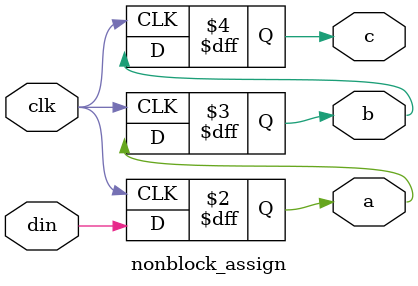
<source format=v>
module nonblock_assign(din, clk, a, b, c);
input din;
input clk;
output reg a;
output reg b;
output reg c;
always @(posedge clk)
begin
	a <= din;
        b <= a;
        c <= b;
end
endmodule

</source>
